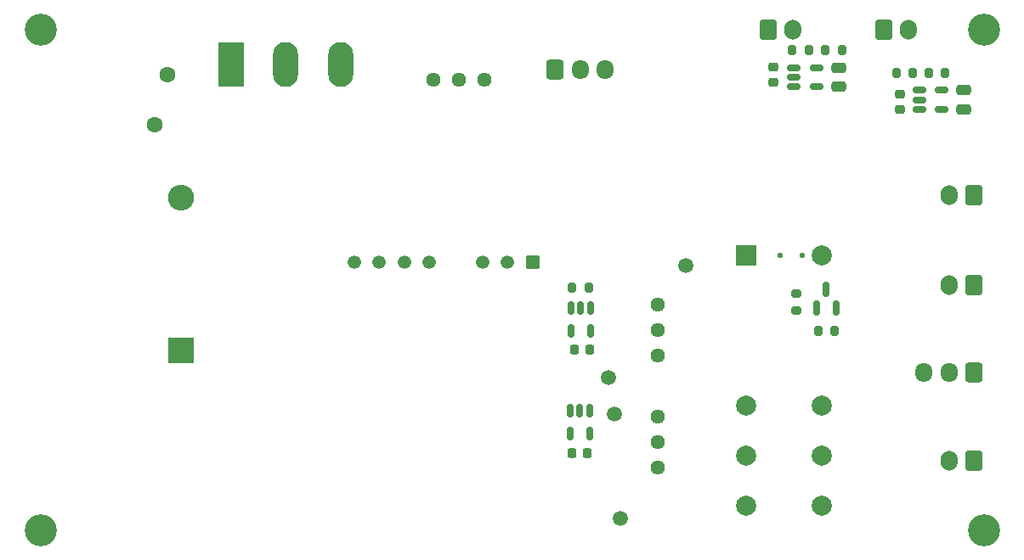
<source format=gbr>
%TF.GenerationSoftware,KiCad,Pcbnew,7.0.11-rc3*%
%TF.CreationDate,2025-03-16T23:31:10+08:00*%
%TF.ProjectId,TSAL,5453414c-2e6b-4696-9361-645f70636258,rev?*%
%TF.SameCoordinates,Original*%
%TF.FileFunction,Soldermask,Bot*%
%TF.FilePolarity,Negative*%
%FSLAX46Y46*%
G04 Gerber Fmt 4.6, Leading zero omitted, Abs format (unit mm)*
G04 Created by KiCad (PCBNEW 7.0.11-rc3) date 2025-03-16 23:31:10*
%MOMM*%
%LPD*%
G01*
G04 APERTURE LIST*
G04 Aperture macros list*
%AMRoundRect*
0 Rectangle with rounded corners*
0 $1 Rounding radius*
0 $2 $3 $4 $5 $6 $7 $8 $9 X,Y pos of 4 corners*
0 Add a 4 corners polygon primitive as box body*
4,1,4,$2,$3,$4,$5,$6,$7,$8,$9,$2,$3,0*
0 Add four circle primitives for the rounded corners*
1,1,$1+$1,$2,$3*
1,1,$1+$1,$4,$5*
1,1,$1+$1,$6,$7*
1,1,$1+$1,$8,$9*
0 Add four rect primitives between the rounded corners*
20,1,$1+$1,$2,$3,$4,$5,0*
20,1,$1+$1,$4,$5,$6,$7,0*
20,1,$1+$1,$6,$7,$8,$9,0*
20,1,$1+$1,$8,$9,$2,$3,0*%
G04 Aperture macros list end*
%ADD10RoundRect,0.250000X-0.600000X-0.750000X0.600000X-0.750000X0.600000X0.750000X-0.600000X0.750000X0*%
%ADD11O,1.700000X2.000000*%
%ADD12C,3.200000*%
%ADD13C,1.500000*%
%ADD14C,1.440000*%
%ADD15R,2.500000X4.500000*%
%ADD16O,2.500000X4.500000*%
%ADD17RoundRect,0.250000X0.600000X0.750000X-0.600000X0.750000X-0.600000X-0.750000X0.600000X-0.750000X0*%
%ADD18RoundRect,0.250000X-0.600000X-0.725000X0.600000X-0.725000X0.600000X0.725000X-0.600000X0.725000X0*%
%ADD19O,1.700000X1.950000*%
%ADD20C,2.000000*%
%ADD21R,2.000000X2.000000*%
%ADD22C,1.600000*%
%ADD23R,2.600000X2.600000*%
%ADD24O,2.600000X2.600000*%
%ADD25RoundRect,0.250000X0.600000X0.725000X-0.600000X0.725000X-0.600000X-0.725000X0.600000X-0.725000X0*%
%ADD26RoundRect,0.102000X0.565000X0.565000X-0.565000X0.565000X-0.565000X-0.565000X0.565000X-0.565000X0*%
%ADD27C,1.334000*%
%ADD28RoundRect,0.125000X-0.125000X-0.125000X0.125000X-0.125000X0.125000X0.125000X-0.125000X0.125000X0*%
%ADD29RoundRect,0.150000X0.150000X-0.587500X0.150000X0.587500X-0.150000X0.587500X-0.150000X-0.587500X0*%
%ADD30RoundRect,0.200000X-0.200000X-0.275000X0.200000X-0.275000X0.200000X0.275000X-0.200000X0.275000X0*%
%ADD31RoundRect,0.225000X0.250000X-0.225000X0.250000X0.225000X-0.250000X0.225000X-0.250000X-0.225000X0*%
%ADD32RoundRect,0.200000X-0.275000X0.200000X-0.275000X-0.200000X0.275000X-0.200000X0.275000X0.200000X0*%
%ADD33RoundRect,0.200000X0.200000X0.275000X-0.200000X0.275000X-0.200000X-0.275000X0.200000X-0.275000X0*%
%ADD34RoundRect,0.250000X0.475000X-0.250000X0.475000X0.250000X-0.475000X0.250000X-0.475000X-0.250000X0*%
%ADD35RoundRect,0.225000X-0.250000X0.225000X-0.250000X-0.225000X0.250000X-0.225000X0.250000X0.225000X0*%
%ADD36RoundRect,0.150000X-0.512500X-0.150000X0.512500X-0.150000X0.512500X0.150000X-0.512500X0.150000X0*%
%ADD37RoundRect,0.150000X-0.150000X0.512500X-0.150000X-0.512500X0.150000X-0.512500X0.150000X0.512500X0*%
%ADD38RoundRect,0.225000X-0.225000X-0.250000X0.225000X-0.250000X0.225000X0.250000X-0.225000X0.250000X0*%
G04 APERTURE END LIST*
D10*
%TO.C,J4*%
X138500000Y-33000000D03*
D11*
X141000000Y-33000000D03*
%TD*%
D12*
%TO.C,H1*%
X160000000Y-33000000D03*
%TD*%
D13*
%TO.C,TP7*%
X123750000Y-81750000D03*
%TD*%
%TO.C,TP8*%
X130287500Y-56537500D03*
%TD*%
D14*
%TO.C,RV2*%
X127500000Y-76700000D03*
X127500000Y-74160000D03*
X127500000Y-71620000D03*
%TD*%
D15*
%TO.C,Q5*%
X85000000Y-36500000D03*
D16*
X90450000Y-36500000D03*
X95900000Y-36500000D03*
%TD*%
D17*
%TO.C,J3*%
X159000000Y-76000000D03*
D11*
X156500000Y-76000000D03*
%TD*%
D18*
%TO.C,J5*%
X117287500Y-37012500D03*
D19*
X119787500Y-37012500D03*
X122287500Y-37012500D03*
%TD*%
D20*
%TO.C,K1*%
X136312500Y-75500000D03*
X136312500Y-70500000D03*
X136312500Y-80500000D03*
X143812500Y-75500000D03*
X143812500Y-70500000D03*
X143812500Y-80500000D03*
D21*
X136312500Y-55500000D03*
D20*
X143812500Y-55500000D03*
%TD*%
D17*
%TO.C,J8*%
X159000000Y-49500000D03*
D11*
X156500000Y-49500000D03*
%TD*%
D13*
%TO.C,TP9*%
X122600000Y-67750000D03*
%TD*%
D14*
%TO.C,RV3*%
X105190000Y-38000000D03*
X107730000Y-38000000D03*
X110270000Y-38000000D03*
%TD*%
D12*
%TO.C,H4*%
X66000000Y-83000000D03*
%TD*%
D22*
%TO.C,RV1*%
X77350000Y-42500000D03*
X78650000Y-37500000D03*
%TD*%
D14*
%TO.C,RV4*%
X127500000Y-60420000D03*
X127500000Y-62960000D03*
X127500000Y-65500000D03*
%TD*%
D13*
%TO.C,TP3*%
X123200000Y-71400000D03*
%TD*%
D23*
%TO.C,D4*%
X80000000Y-65000000D03*
D24*
X80000000Y-49760000D03*
%TD*%
D12*
%TO.C,H2*%
X160000000Y-83000000D03*
%TD*%
D10*
%TO.C,J1*%
X150000000Y-33000000D03*
D11*
X152500000Y-33000000D03*
%TD*%
D12*
%TO.C,H3*%
X66000000Y-33000000D03*
%TD*%
D17*
%TO.C,J6*%
X159000000Y-58500000D03*
D11*
X156500000Y-58500000D03*
%TD*%
D25*
%TO.C,J2*%
X159000000Y-67250000D03*
D19*
X156500000Y-67250000D03*
X154000000Y-67250000D03*
%TD*%
D26*
%TO.C,PS1*%
X115037500Y-56237500D03*
D27*
X112537500Y-56237500D03*
X110037500Y-56237500D03*
X104737500Y-56237500D03*
X102237500Y-56237500D03*
X99737500Y-56237500D03*
X97237500Y-56237500D03*
%TD*%
D28*
%TO.C,D2*%
X139687500Y-55537500D03*
X141887500Y-55537500D03*
%TD*%
D29*
%TO.C,Q2*%
X145241632Y-60787500D03*
X143341632Y-60787500D03*
X144291632Y-58912500D03*
%TD*%
D30*
%TO.C,R40*%
X151275000Y-37300000D03*
X152925000Y-37300000D03*
%TD*%
D31*
%TO.C,C20*%
X151612500Y-41000000D03*
X151612500Y-39450000D03*
%TD*%
D32*
%TO.C,R27*%
X141287500Y-59387500D03*
X141287500Y-61037500D03*
%TD*%
D30*
%TO.C,R42*%
X140887500Y-35037500D03*
X142537500Y-35037500D03*
%TD*%
D33*
%TO.C,R41*%
X156125000Y-37300000D03*
X154475000Y-37300000D03*
%TD*%
%TO.C,R23*%
X120612500Y-58787500D03*
X118962500Y-58787500D03*
%TD*%
D34*
%TO.C,C23*%
X145537500Y-38687500D03*
X145537500Y-36787500D03*
%TD*%
D35*
%TO.C,C22*%
X139037500Y-36737500D03*
X139037500Y-38287500D03*
%TD*%
D36*
%TO.C,U6*%
X141065000Y-38687500D03*
X141065000Y-37737500D03*
X141065000Y-36787500D03*
X143340000Y-36787500D03*
X143340000Y-38687500D03*
%TD*%
D34*
%TO.C,C34*%
X158000000Y-40950000D03*
X158000000Y-39050000D03*
%TD*%
D33*
%TO.C,R43*%
X145862500Y-35037500D03*
X144212500Y-35037500D03*
%TD*%
D30*
%TO.C,R28*%
X143462500Y-63037500D03*
X145112500Y-63037500D03*
%TD*%
D36*
%TO.C,U9*%
X153540000Y-40950000D03*
X153540000Y-40000000D03*
X153540000Y-39050000D03*
X155815000Y-39050000D03*
X155815000Y-40950000D03*
%TD*%
D37*
%TO.C,U3*%
X118790000Y-71057500D03*
X119740000Y-71057500D03*
X120690000Y-71057500D03*
X120690000Y-73332500D03*
X118790000Y-73332500D03*
%TD*%
D38*
%TO.C,C16*%
X118950000Y-75250000D03*
X120500000Y-75250000D03*
%TD*%
D37*
%TO.C,U4*%
X118887500Y-60777500D03*
X119837500Y-60777500D03*
X120787500Y-60777500D03*
X120787500Y-63052500D03*
X118887500Y-63052500D03*
%TD*%
D38*
%TO.C,C17*%
X119172500Y-64970000D03*
X120722500Y-64970000D03*
%TD*%
M02*

</source>
